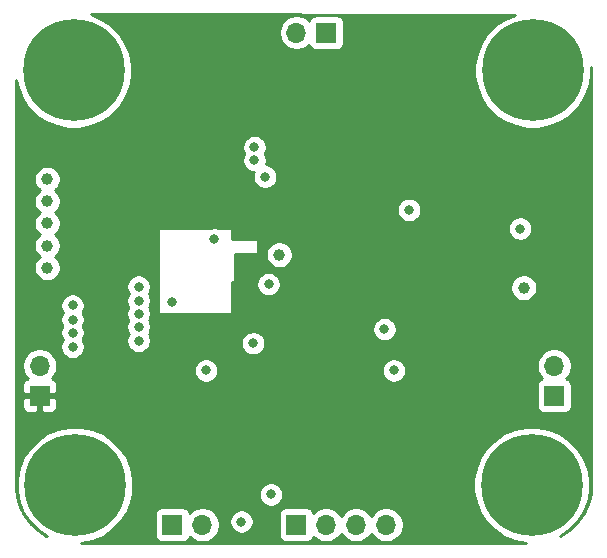
<source format=gbr>
G04 #@! TF.GenerationSoftware,KiCad,Pcbnew,(5.1.5)-3*
G04 #@! TF.CreationDate,2020-08-02T02:59:21-04:00*
G04 #@! TF.ProjectId,STM32F4,53544d33-3246-4342-9e6b-696361645f70,rev?*
G04 #@! TF.SameCoordinates,Original*
G04 #@! TF.FileFunction,Copper,L3,Inr*
G04 #@! TF.FilePolarity,Positive*
%FSLAX46Y46*%
G04 Gerber Fmt 4.6, Leading zero omitted, Abs format (unit mm)*
G04 Created by KiCad (PCBNEW (5.1.5)-3) date 2020-08-02 02:59:21*
%MOMM*%
%LPD*%
G04 APERTURE LIST*
%ADD10C,8.600000*%
%ADD11C,0.900000*%
%ADD12R,1.700000X1.700000*%
%ADD13O,1.700000X1.700000*%
%ADD14C,0.800000*%
%ADD15C,1.000000*%
%ADD16C,0.254000*%
G04 APERTURE END LIST*
D10*
X62687200Y-66497200D03*
D11*
X65912200Y-66497200D03*
X64967619Y-68777619D03*
X62687200Y-69722200D03*
X60406781Y-68777619D03*
X59462200Y-66497200D03*
X60406781Y-64216781D03*
X62687200Y-63272200D03*
X64967619Y-64216781D03*
D10*
X101549200Y-66497200D03*
D11*
X104774200Y-66497200D03*
X103829619Y-68777619D03*
X101549200Y-69722200D03*
X99268781Y-68777619D03*
X98324200Y-66497200D03*
X99268781Y-64216781D03*
X101549200Y-63272200D03*
X103829619Y-64216781D03*
D10*
X62801500Y-101600000D03*
D11*
X66026500Y-101600000D03*
X65081919Y-103880419D03*
X62801500Y-104825000D03*
X60521081Y-103880419D03*
X59576500Y-101600000D03*
X60521081Y-99319581D03*
X62801500Y-98375000D03*
X65081919Y-99319581D03*
X103753419Y-99319581D03*
X101473000Y-98375000D03*
X99192581Y-99319581D03*
X98248000Y-101600000D03*
X99192581Y-103880419D03*
X101473000Y-104825000D03*
X103753419Y-103880419D03*
X104698000Y-101600000D03*
D10*
X101473000Y-101600000D03*
D12*
X81534000Y-104965500D03*
D13*
X84074000Y-104965500D03*
X86614000Y-104965500D03*
X89154000Y-104965500D03*
D12*
X71056500Y-104965500D03*
D13*
X73596500Y-104965500D03*
X59817000Y-91503500D03*
D12*
X59817000Y-94043500D03*
X103378000Y-94043500D03*
D13*
X103378000Y-91503500D03*
X81560000Y-63300000D03*
D12*
X84100000Y-63300000D03*
D14*
X74600000Y-80800000D03*
X71000000Y-86100000D03*
D15*
X60450000Y-81325000D03*
X60450000Y-83200000D03*
X60450000Y-77575000D03*
X60450000Y-79450000D03*
X60450000Y-75700000D03*
X66900000Y-78500000D03*
X66900000Y-80400000D03*
X63100000Y-80400000D03*
X63100000Y-78500000D03*
X62100000Y-76400000D03*
X67900000Y-76500000D03*
X100800000Y-84900000D03*
D14*
X78000000Y-73000000D03*
X78000000Y-74100000D03*
X68200000Y-86000000D03*
X78900000Y-75500000D03*
X89000000Y-88400000D03*
X89800000Y-91900000D03*
X77900000Y-89600000D03*
X79200000Y-84600000D03*
X79400000Y-102400000D03*
X76900000Y-104700000D03*
X73900000Y-91900000D03*
X68200000Y-84800000D03*
X68200000Y-87100000D03*
X68200000Y-88200000D03*
X68200000Y-89400000D03*
X62600000Y-89900000D03*
X62600000Y-88700000D03*
X62600000Y-87600000D03*
X62600000Y-86400000D03*
X91100000Y-78300000D03*
X100500000Y-79900000D03*
X87000000Y-79100000D03*
X99100000Y-76100000D03*
X86600000Y-87000000D03*
X80100000Y-87000000D03*
X78400000Y-78400000D03*
X78000000Y-99400000D03*
X78000000Y-98400000D03*
X83500000Y-73900000D03*
X79700000Y-73300000D03*
X79300000Y-78600000D03*
D15*
X80100000Y-82100000D03*
D16*
G36*
X100061929Y-61771643D02*
G01*
X99211601Y-62123860D01*
X98403321Y-62663935D01*
X97715935Y-63351321D01*
X97175860Y-64159601D01*
X96803850Y-65057714D01*
X96614200Y-66011145D01*
X96614200Y-66983255D01*
X96803850Y-67936686D01*
X97175860Y-68834799D01*
X97715935Y-69643079D01*
X98403321Y-70330465D01*
X99211601Y-70870540D01*
X100109714Y-71242550D01*
X101063145Y-71432200D01*
X102035255Y-71432200D01*
X102988686Y-71242550D01*
X103886799Y-70870540D01*
X104695079Y-70330465D01*
X105382465Y-69643079D01*
X105922540Y-68834799D01*
X106294550Y-67936686D01*
X106484200Y-66983255D01*
X106484200Y-66242742D01*
X106505407Y-66361798D01*
X106527999Y-66904974D01*
X106528001Y-101508535D01*
X106454301Y-102377117D01*
X106242360Y-103193693D01*
X105895861Y-103962891D01*
X105424716Y-104662708D01*
X104842394Y-105273139D01*
X104165550Y-105776724D01*
X103911690Y-105905793D01*
X104618879Y-105433265D01*
X105306265Y-104745879D01*
X105846340Y-103937599D01*
X106218350Y-103039486D01*
X106408000Y-102086055D01*
X106408000Y-101113945D01*
X106218350Y-100160514D01*
X105846340Y-99262401D01*
X105306265Y-98454121D01*
X104618879Y-97766735D01*
X103810599Y-97226660D01*
X102912486Y-96854650D01*
X101959055Y-96665000D01*
X100986945Y-96665000D01*
X100033514Y-96854650D01*
X99135401Y-97226660D01*
X98327121Y-97766735D01*
X97639735Y-98454121D01*
X97099660Y-99262401D01*
X96727650Y-100160514D01*
X96538000Y-101113945D01*
X96538000Y-102086055D01*
X96727650Y-103039486D01*
X97099660Y-103937599D01*
X97639735Y-104745879D01*
X98327121Y-105433265D01*
X99135401Y-105973340D01*
X100033514Y-106345350D01*
X100951754Y-106528000D01*
X63322746Y-106528000D01*
X64240986Y-106345350D01*
X65139099Y-105973340D01*
X65947379Y-105433265D01*
X66634765Y-104745879D01*
X67055970Y-104115500D01*
X69568428Y-104115500D01*
X69568428Y-105815500D01*
X69580688Y-105939982D01*
X69616998Y-106059680D01*
X69675963Y-106169994D01*
X69755315Y-106266685D01*
X69852006Y-106346037D01*
X69962320Y-106405002D01*
X70082018Y-106441312D01*
X70206500Y-106453572D01*
X71906500Y-106453572D01*
X72030982Y-106441312D01*
X72150680Y-106405002D01*
X72260994Y-106346037D01*
X72357685Y-106266685D01*
X72437037Y-106169994D01*
X72496002Y-106059680D01*
X72518013Y-105987120D01*
X72649868Y-106118975D01*
X72893089Y-106281490D01*
X73163342Y-106393432D01*
X73450240Y-106450500D01*
X73742760Y-106450500D01*
X74029658Y-106393432D01*
X74299911Y-106281490D01*
X74543132Y-106118975D01*
X74749975Y-105912132D01*
X74912490Y-105668911D01*
X75024432Y-105398658D01*
X75081500Y-105111760D01*
X75081500Y-104819240D01*
X75037505Y-104598061D01*
X75865000Y-104598061D01*
X75865000Y-104801939D01*
X75904774Y-105001898D01*
X75982795Y-105190256D01*
X76096063Y-105359774D01*
X76240226Y-105503937D01*
X76409744Y-105617205D01*
X76598102Y-105695226D01*
X76798061Y-105735000D01*
X77001939Y-105735000D01*
X77201898Y-105695226D01*
X77390256Y-105617205D01*
X77559774Y-105503937D01*
X77703937Y-105359774D01*
X77817205Y-105190256D01*
X77895226Y-105001898D01*
X77935000Y-104801939D01*
X77935000Y-104598061D01*
X77895226Y-104398102D01*
X77817205Y-104209744D01*
X77754234Y-104115500D01*
X80045928Y-104115500D01*
X80045928Y-105815500D01*
X80058188Y-105939982D01*
X80094498Y-106059680D01*
X80153463Y-106169994D01*
X80232815Y-106266685D01*
X80329506Y-106346037D01*
X80439820Y-106405002D01*
X80559518Y-106441312D01*
X80684000Y-106453572D01*
X82384000Y-106453572D01*
X82508482Y-106441312D01*
X82628180Y-106405002D01*
X82738494Y-106346037D01*
X82835185Y-106266685D01*
X82914537Y-106169994D01*
X82973502Y-106059680D01*
X82995513Y-105987120D01*
X83127368Y-106118975D01*
X83370589Y-106281490D01*
X83640842Y-106393432D01*
X83927740Y-106450500D01*
X84220260Y-106450500D01*
X84507158Y-106393432D01*
X84777411Y-106281490D01*
X85020632Y-106118975D01*
X85227475Y-105912132D01*
X85344000Y-105737740D01*
X85460525Y-105912132D01*
X85667368Y-106118975D01*
X85910589Y-106281490D01*
X86180842Y-106393432D01*
X86467740Y-106450500D01*
X86760260Y-106450500D01*
X87047158Y-106393432D01*
X87317411Y-106281490D01*
X87560632Y-106118975D01*
X87767475Y-105912132D01*
X87884000Y-105737740D01*
X88000525Y-105912132D01*
X88207368Y-106118975D01*
X88450589Y-106281490D01*
X88720842Y-106393432D01*
X89007740Y-106450500D01*
X89300260Y-106450500D01*
X89587158Y-106393432D01*
X89857411Y-106281490D01*
X90100632Y-106118975D01*
X90307475Y-105912132D01*
X90469990Y-105668911D01*
X90581932Y-105398658D01*
X90639000Y-105111760D01*
X90639000Y-104819240D01*
X90581932Y-104532342D01*
X90469990Y-104262089D01*
X90307475Y-104018868D01*
X90100632Y-103812025D01*
X89857411Y-103649510D01*
X89587158Y-103537568D01*
X89300260Y-103480500D01*
X89007740Y-103480500D01*
X88720842Y-103537568D01*
X88450589Y-103649510D01*
X88207368Y-103812025D01*
X88000525Y-104018868D01*
X87884000Y-104193260D01*
X87767475Y-104018868D01*
X87560632Y-103812025D01*
X87317411Y-103649510D01*
X87047158Y-103537568D01*
X86760260Y-103480500D01*
X86467740Y-103480500D01*
X86180842Y-103537568D01*
X85910589Y-103649510D01*
X85667368Y-103812025D01*
X85460525Y-104018868D01*
X85344000Y-104193260D01*
X85227475Y-104018868D01*
X85020632Y-103812025D01*
X84777411Y-103649510D01*
X84507158Y-103537568D01*
X84220260Y-103480500D01*
X83927740Y-103480500D01*
X83640842Y-103537568D01*
X83370589Y-103649510D01*
X83127368Y-103812025D01*
X82995513Y-103943880D01*
X82973502Y-103871320D01*
X82914537Y-103761006D01*
X82835185Y-103664315D01*
X82738494Y-103584963D01*
X82628180Y-103525998D01*
X82508482Y-103489688D01*
X82384000Y-103477428D01*
X80684000Y-103477428D01*
X80559518Y-103489688D01*
X80439820Y-103525998D01*
X80329506Y-103584963D01*
X80232815Y-103664315D01*
X80153463Y-103761006D01*
X80094498Y-103871320D01*
X80058188Y-103991018D01*
X80045928Y-104115500D01*
X77754234Y-104115500D01*
X77703937Y-104040226D01*
X77559774Y-103896063D01*
X77390256Y-103782795D01*
X77201898Y-103704774D01*
X77001939Y-103665000D01*
X76798061Y-103665000D01*
X76598102Y-103704774D01*
X76409744Y-103782795D01*
X76240226Y-103896063D01*
X76096063Y-104040226D01*
X75982795Y-104209744D01*
X75904774Y-104398102D01*
X75865000Y-104598061D01*
X75037505Y-104598061D01*
X75024432Y-104532342D01*
X74912490Y-104262089D01*
X74749975Y-104018868D01*
X74543132Y-103812025D01*
X74299911Y-103649510D01*
X74029658Y-103537568D01*
X73742760Y-103480500D01*
X73450240Y-103480500D01*
X73163342Y-103537568D01*
X72893089Y-103649510D01*
X72649868Y-103812025D01*
X72518013Y-103943880D01*
X72496002Y-103871320D01*
X72437037Y-103761006D01*
X72357685Y-103664315D01*
X72260994Y-103584963D01*
X72150680Y-103525998D01*
X72030982Y-103489688D01*
X71906500Y-103477428D01*
X70206500Y-103477428D01*
X70082018Y-103489688D01*
X69962320Y-103525998D01*
X69852006Y-103584963D01*
X69755315Y-103664315D01*
X69675963Y-103761006D01*
X69616998Y-103871320D01*
X69580688Y-103991018D01*
X69568428Y-104115500D01*
X67055970Y-104115500D01*
X67174840Y-103937599D01*
X67546850Y-103039486D01*
X67694329Y-102298061D01*
X78365000Y-102298061D01*
X78365000Y-102501939D01*
X78404774Y-102701898D01*
X78482795Y-102890256D01*
X78596063Y-103059774D01*
X78740226Y-103203937D01*
X78909744Y-103317205D01*
X79098102Y-103395226D01*
X79298061Y-103435000D01*
X79501939Y-103435000D01*
X79701898Y-103395226D01*
X79890256Y-103317205D01*
X80059774Y-103203937D01*
X80203937Y-103059774D01*
X80317205Y-102890256D01*
X80395226Y-102701898D01*
X80435000Y-102501939D01*
X80435000Y-102298061D01*
X80395226Y-102098102D01*
X80317205Y-101909744D01*
X80203937Y-101740226D01*
X80059774Y-101596063D01*
X79890256Y-101482795D01*
X79701898Y-101404774D01*
X79501939Y-101365000D01*
X79298061Y-101365000D01*
X79098102Y-101404774D01*
X78909744Y-101482795D01*
X78740226Y-101596063D01*
X78596063Y-101740226D01*
X78482795Y-101909744D01*
X78404774Y-102098102D01*
X78365000Y-102298061D01*
X67694329Y-102298061D01*
X67736500Y-102086055D01*
X67736500Y-101113945D01*
X67546850Y-100160514D01*
X67174840Y-99262401D01*
X66634765Y-98454121D01*
X65947379Y-97766735D01*
X65139099Y-97226660D01*
X64240986Y-96854650D01*
X63287555Y-96665000D01*
X62315445Y-96665000D01*
X61362014Y-96854650D01*
X60463901Y-97226660D01*
X59655621Y-97766735D01*
X58968235Y-98454121D01*
X58428160Y-99262401D01*
X58056150Y-100160514D01*
X57866500Y-101113945D01*
X57866500Y-102086055D01*
X58056150Y-103039486D01*
X58428160Y-103937599D01*
X58968235Y-104745879D01*
X59655621Y-105433265D01*
X60396048Y-105928002D01*
X60342496Y-105903878D01*
X59651580Y-105438728D01*
X59048921Y-104863819D01*
X58551745Y-104195589D01*
X58174265Y-103453142D01*
X57927275Y-102657705D01*
X57815178Y-101811951D01*
X57810000Y-101592215D01*
X57809991Y-94893500D01*
X58328928Y-94893500D01*
X58341188Y-95017982D01*
X58377498Y-95137680D01*
X58436463Y-95247994D01*
X58515815Y-95344685D01*
X58612506Y-95424037D01*
X58722820Y-95483002D01*
X58842518Y-95519312D01*
X58967000Y-95531572D01*
X59531250Y-95528500D01*
X59690000Y-95369750D01*
X59690000Y-94170500D01*
X59944000Y-94170500D01*
X59944000Y-95369750D01*
X60102750Y-95528500D01*
X60667000Y-95531572D01*
X60791482Y-95519312D01*
X60911180Y-95483002D01*
X61021494Y-95424037D01*
X61118185Y-95344685D01*
X61197537Y-95247994D01*
X61256502Y-95137680D01*
X61292812Y-95017982D01*
X61305072Y-94893500D01*
X61302000Y-94329250D01*
X61143250Y-94170500D01*
X59944000Y-94170500D01*
X59690000Y-94170500D01*
X58490750Y-94170500D01*
X58332000Y-94329250D01*
X58328928Y-94893500D01*
X57809991Y-94893500D01*
X57809989Y-93193500D01*
X58328928Y-93193500D01*
X58332000Y-93757750D01*
X58490750Y-93916500D01*
X59690000Y-93916500D01*
X59690000Y-93896500D01*
X59944000Y-93896500D01*
X59944000Y-93916500D01*
X61143250Y-93916500D01*
X61302000Y-93757750D01*
X61305072Y-93193500D01*
X101889928Y-93193500D01*
X101889928Y-94893500D01*
X101902188Y-95017982D01*
X101938498Y-95137680D01*
X101997463Y-95247994D01*
X102076815Y-95344685D01*
X102173506Y-95424037D01*
X102283820Y-95483002D01*
X102403518Y-95519312D01*
X102528000Y-95531572D01*
X104228000Y-95531572D01*
X104352482Y-95519312D01*
X104472180Y-95483002D01*
X104582494Y-95424037D01*
X104679185Y-95344685D01*
X104758537Y-95247994D01*
X104817502Y-95137680D01*
X104853812Y-95017982D01*
X104866072Y-94893500D01*
X104866072Y-93193500D01*
X104853812Y-93069018D01*
X104817502Y-92949320D01*
X104758537Y-92839006D01*
X104679185Y-92742315D01*
X104582494Y-92662963D01*
X104472180Y-92603998D01*
X104399620Y-92581987D01*
X104531475Y-92450132D01*
X104693990Y-92206911D01*
X104805932Y-91936658D01*
X104863000Y-91649760D01*
X104863000Y-91357240D01*
X104805932Y-91070342D01*
X104693990Y-90800089D01*
X104531475Y-90556868D01*
X104324632Y-90350025D01*
X104081411Y-90187510D01*
X103811158Y-90075568D01*
X103524260Y-90018500D01*
X103231740Y-90018500D01*
X102944842Y-90075568D01*
X102674589Y-90187510D01*
X102431368Y-90350025D01*
X102224525Y-90556868D01*
X102062010Y-90800089D01*
X101950068Y-91070342D01*
X101893000Y-91357240D01*
X101893000Y-91649760D01*
X101950068Y-91936658D01*
X102062010Y-92206911D01*
X102224525Y-92450132D01*
X102356380Y-92581987D01*
X102283820Y-92603998D01*
X102173506Y-92662963D01*
X102076815Y-92742315D01*
X101997463Y-92839006D01*
X101938498Y-92949320D01*
X101902188Y-93069018D01*
X101889928Y-93193500D01*
X61305072Y-93193500D01*
X61292812Y-93069018D01*
X61256502Y-92949320D01*
X61197537Y-92839006D01*
X61118185Y-92742315D01*
X61021494Y-92662963D01*
X60911180Y-92603998D01*
X60838620Y-92581987D01*
X60970475Y-92450132D01*
X61132990Y-92206911D01*
X61244932Y-91936658D01*
X61272500Y-91798061D01*
X72865000Y-91798061D01*
X72865000Y-92001939D01*
X72904774Y-92201898D01*
X72982795Y-92390256D01*
X73096063Y-92559774D01*
X73240226Y-92703937D01*
X73409744Y-92817205D01*
X73598102Y-92895226D01*
X73798061Y-92935000D01*
X74001939Y-92935000D01*
X74201898Y-92895226D01*
X74390256Y-92817205D01*
X74559774Y-92703937D01*
X74703937Y-92559774D01*
X74817205Y-92390256D01*
X74895226Y-92201898D01*
X74935000Y-92001939D01*
X74935000Y-91798061D01*
X88765000Y-91798061D01*
X88765000Y-92001939D01*
X88804774Y-92201898D01*
X88882795Y-92390256D01*
X88996063Y-92559774D01*
X89140226Y-92703937D01*
X89309744Y-92817205D01*
X89498102Y-92895226D01*
X89698061Y-92935000D01*
X89901939Y-92935000D01*
X90101898Y-92895226D01*
X90290256Y-92817205D01*
X90459774Y-92703937D01*
X90603937Y-92559774D01*
X90717205Y-92390256D01*
X90795226Y-92201898D01*
X90835000Y-92001939D01*
X90835000Y-91798061D01*
X90795226Y-91598102D01*
X90717205Y-91409744D01*
X90603937Y-91240226D01*
X90459774Y-91096063D01*
X90290256Y-90982795D01*
X90101898Y-90904774D01*
X89901939Y-90865000D01*
X89698061Y-90865000D01*
X89498102Y-90904774D01*
X89309744Y-90982795D01*
X89140226Y-91096063D01*
X88996063Y-91240226D01*
X88882795Y-91409744D01*
X88804774Y-91598102D01*
X88765000Y-91798061D01*
X74935000Y-91798061D01*
X74895226Y-91598102D01*
X74817205Y-91409744D01*
X74703937Y-91240226D01*
X74559774Y-91096063D01*
X74390256Y-90982795D01*
X74201898Y-90904774D01*
X74001939Y-90865000D01*
X73798061Y-90865000D01*
X73598102Y-90904774D01*
X73409744Y-90982795D01*
X73240226Y-91096063D01*
X73096063Y-91240226D01*
X72982795Y-91409744D01*
X72904774Y-91598102D01*
X72865000Y-91798061D01*
X61272500Y-91798061D01*
X61302000Y-91649760D01*
X61302000Y-91357240D01*
X61244932Y-91070342D01*
X61132990Y-90800089D01*
X60970475Y-90556868D01*
X60763632Y-90350025D01*
X60520411Y-90187510D01*
X60250158Y-90075568D01*
X59963260Y-90018500D01*
X59670740Y-90018500D01*
X59383842Y-90075568D01*
X59113589Y-90187510D01*
X58870368Y-90350025D01*
X58663525Y-90556868D01*
X58501010Y-90800089D01*
X58389068Y-91070342D01*
X58332000Y-91357240D01*
X58332000Y-91649760D01*
X58389068Y-91936658D01*
X58501010Y-92206911D01*
X58663525Y-92450132D01*
X58795380Y-92581987D01*
X58722820Y-92603998D01*
X58612506Y-92662963D01*
X58515815Y-92742315D01*
X58436463Y-92839006D01*
X58377498Y-92949320D01*
X58341188Y-93069018D01*
X58328928Y-93193500D01*
X57809989Y-93193500D01*
X57809980Y-86298061D01*
X61565000Y-86298061D01*
X61565000Y-86501939D01*
X61604774Y-86701898D01*
X61682795Y-86890256D01*
X61756123Y-87000000D01*
X61682795Y-87109744D01*
X61604774Y-87298102D01*
X61565000Y-87498061D01*
X61565000Y-87701939D01*
X61604774Y-87901898D01*
X61682795Y-88090256D01*
X61722715Y-88150000D01*
X61682795Y-88209744D01*
X61604774Y-88398102D01*
X61565000Y-88598061D01*
X61565000Y-88801939D01*
X61604774Y-89001898D01*
X61682795Y-89190256D01*
X61756123Y-89300000D01*
X61682795Y-89409744D01*
X61604774Y-89598102D01*
X61565000Y-89798061D01*
X61565000Y-90001939D01*
X61604774Y-90201898D01*
X61682795Y-90390256D01*
X61796063Y-90559774D01*
X61940226Y-90703937D01*
X62109744Y-90817205D01*
X62298102Y-90895226D01*
X62498061Y-90935000D01*
X62701939Y-90935000D01*
X62901898Y-90895226D01*
X63090256Y-90817205D01*
X63259774Y-90703937D01*
X63403937Y-90559774D01*
X63517205Y-90390256D01*
X63595226Y-90201898D01*
X63635000Y-90001939D01*
X63635000Y-89798061D01*
X63595226Y-89598102D01*
X63517205Y-89409744D01*
X63443877Y-89300000D01*
X63517205Y-89190256D01*
X63595226Y-89001898D01*
X63635000Y-88801939D01*
X63635000Y-88598061D01*
X63595226Y-88398102D01*
X63517205Y-88209744D01*
X63477285Y-88150000D01*
X63517205Y-88090256D01*
X63595226Y-87901898D01*
X63635000Y-87701939D01*
X63635000Y-87498061D01*
X63595226Y-87298102D01*
X63517205Y-87109744D01*
X63443877Y-87000000D01*
X63517205Y-86890256D01*
X63595226Y-86701898D01*
X63635000Y-86501939D01*
X63635000Y-86298061D01*
X63595226Y-86098102D01*
X63517205Y-85909744D01*
X63403937Y-85740226D01*
X63259774Y-85596063D01*
X63090256Y-85482795D01*
X62901898Y-85404774D01*
X62701939Y-85365000D01*
X62498061Y-85365000D01*
X62298102Y-85404774D01*
X62109744Y-85482795D01*
X61940226Y-85596063D01*
X61796063Y-85740226D01*
X61682795Y-85909744D01*
X61604774Y-86098102D01*
X61565000Y-86298061D01*
X57809980Y-86298061D01*
X57809978Y-84698061D01*
X67165000Y-84698061D01*
X67165000Y-84901939D01*
X67204774Y-85101898D01*
X67282795Y-85290256D01*
X67356123Y-85400000D01*
X67282795Y-85509744D01*
X67204774Y-85698102D01*
X67165000Y-85898061D01*
X67165000Y-86101939D01*
X67204774Y-86301898D01*
X67282795Y-86490256D01*
X67322715Y-86550000D01*
X67282795Y-86609744D01*
X67204774Y-86798102D01*
X67165000Y-86998061D01*
X67165000Y-87201939D01*
X67204774Y-87401898D01*
X67282795Y-87590256D01*
X67322715Y-87650000D01*
X67282795Y-87709744D01*
X67204774Y-87898102D01*
X67165000Y-88098061D01*
X67165000Y-88301939D01*
X67204774Y-88501898D01*
X67282795Y-88690256D01*
X67356123Y-88800000D01*
X67282795Y-88909744D01*
X67204774Y-89098102D01*
X67165000Y-89298061D01*
X67165000Y-89501939D01*
X67204774Y-89701898D01*
X67282795Y-89890256D01*
X67396063Y-90059774D01*
X67540226Y-90203937D01*
X67709744Y-90317205D01*
X67898102Y-90395226D01*
X68098061Y-90435000D01*
X68301939Y-90435000D01*
X68501898Y-90395226D01*
X68690256Y-90317205D01*
X68859774Y-90203937D01*
X69003937Y-90059774D01*
X69117205Y-89890256D01*
X69195226Y-89701898D01*
X69235000Y-89501939D01*
X69235000Y-89498061D01*
X76865000Y-89498061D01*
X76865000Y-89701939D01*
X76904774Y-89901898D01*
X76982795Y-90090256D01*
X77096063Y-90259774D01*
X77240226Y-90403937D01*
X77409744Y-90517205D01*
X77598102Y-90595226D01*
X77798061Y-90635000D01*
X78001939Y-90635000D01*
X78201898Y-90595226D01*
X78390256Y-90517205D01*
X78559774Y-90403937D01*
X78703937Y-90259774D01*
X78817205Y-90090256D01*
X78895226Y-89901898D01*
X78935000Y-89701939D01*
X78935000Y-89498061D01*
X78895226Y-89298102D01*
X78817205Y-89109744D01*
X78703937Y-88940226D01*
X78559774Y-88796063D01*
X78390256Y-88682795D01*
X78201898Y-88604774D01*
X78001939Y-88565000D01*
X77798061Y-88565000D01*
X77598102Y-88604774D01*
X77409744Y-88682795D01*
X77240226Y-88796063D01*
X77096063Y-88940226D01*
X76982795Y-89109744D01*
X76904774Y-89298102D01*
X76865000Y-89498061D01*
X69235000Y-89498061D01*
X69235000Y-89298061D01*
X69195226Y-89098102D01*
X69117205Y-88909744D01*
X69043877Y-88800000D01*
X69117205Y-88690256D01*
X69195226Y-88501898D01*
X69235000Y-88301939D01*
X69235000Y-88298061D01*
X87965000Y-88298061D01*
X87965000Y-88501939D01*
X88004774Y-88701898D01*
X88082795Y-88890256D01*
X88196063Y-89059774D01*
X88340226Y-89203937D01*
X88509744Y-89317205D01*
X88698102Y-89395226D01*
X88898061Y-89435000D01*
X89101939Y-89435000D01*
X89301898Y-89395226D01*
X89490256Y-89317205D01*
X89659774Y-89203937D01*
X89803937Y-89059774D01*
X89917205Y-88890256D01*
X89995226Y-88701898D01*
X90035000Y-88501939D01*
X90035000Y-88298061D01*
X89995226Y-88098102D01*
X89917205Y-87909744D01*
X89803937Y-87740226D01*
X89659774Y-87596063D01*
X89490256Y-87482795D01*
X89301898Y-87404774D01*
X89101939Y-87365000D01*
X88898061Y-87365000D01*
X88698102Y-87404774D01*
X88509744Y-87482795D01*
X88340226Y-87596063D01*
X88196063Y-87740226D01*
X88082795Y-87909744D01*
X88004774Y-88098102D01*
X87965000Y-88298061D01*
X69235000Y-88298061D01*
X69235000Y-88098061D01*
X69195226Y-87898102D01*
X69117205Y-87709744D01*
X69077285Y-87650000D01*
X69117205Y-87590256D01*
X69195226Y-87401898D01*
X69235000Y-87201939D01*
X69235000Y-86998061D01*
X69195226Y-86798102D01*
X69117205Y-86609744D01*
X69077285Y-86550000D01*
X69117205Y-86490256D01*
X69195226Y-86301898D01*
X69235000Y-86101939D01*
X69235000Y-85898061D01*
X69195226Y-85698102D01*
X69117205Y-85509744D01*
X69043877Y-85400000D01*
X69117205Y-85290256D01*
X69195226Y-85101898D01*
X69235000Y-84901939D01*
X69235000Y-84698061D01*
X69195226Y-84498102D01*
X69117205Y-84309744D01*
X69003937Y-84140226D01*
X68859774Y-83996063D01*
X68690256Y-83882795D01*
X68501898Y-83804774D01*
X68301939Y-83765000D01*
X68098061Y-83765000D01*
X67898102Y-83804774D01*
X67709744Y-83882795D01*
X67540226Y-83996063D01*
X67396063Y-84140226D01*
X67282795Y-84309744D01*
X67204774Y-84498102D01*
X67165000Y-84698061D01*
X57809978Y-84698061D01*
X57809964Y-75588212D01*
X59315000Y-75588212D01*
X59315000Y-75811788D01*
X59358617Y-76031067D01*
X59444176Y-76237624D01*
X59568388Y-76423520D01*
X59726480Y-76581612D01*
X59810122Y-76637500D01*
X59726480Y-76693388D01*
X59568388Y-76851480D01*
X59444176Y-77037376D01*
X59358617Y-77243933D01*
X59315000Y-77463212D01*
X59315000Y-77686788D01*
X59358617Y-77906067D01*
X59444176Y-78112624D01*
X59568388Y-78298520D01*
X59726480Y-78456612D01*
X59810122Y-78512500D01*
X59726480Y-78568388D01*
X59568388Y-78726480D01*
X59444176Y-78912376D01*
X59358617Y-79118933D01*
X59315000Y-79338212D01*
X59315000Y-79561788D01*
X59358617Y-79781067D01*
X59444176Y-79987624D01*
X59568388Y-80173520D01*
X59726480Y-80331612D01*
X59810122Y-80387500D01*
X59726480Y-80443388D01*
X59568388Y-80601480D01*
X59444176Y-80787376D01*
X59358617Y-80993933D01*
X59315000Y-81213212D01*
X59315000Y-81436788D01*
X59358617Y-81656067D01*
X59444176Y-81862624D01*
X59568388Y-82048520D01*
X59726480Y-82206612D01*
X59810122Y-82262500D01*
X59726480Y-82318388D01*
X59568388Y-82476480D01*
X59444176Y-82662376D01*
X59358617Y-82868933D01*
X59315000Y-83088212D01*
X59315000Y-83311788D01*
X59358617Y-83531067D01*
X59444176Y-83737624D01*
X59568388Y-83923520D01*
X59726480Y-84081612D01*
X59912376Y-84205824D01*
X60118933Y-84291383D01*
X60338212Y-84335000D01*
X60561788Y-84335000D01*
X60781067Y-84291383D01*
X60987624Y-84205824D01*
X61173520Y-84081612D01*
X61331612Y-83923520D01*
X61455824Y-83737624D01*
X61541383Y-83531067D01*
X61585000Y-83311788D01*
X61585000Y-83088212D01*
X61541383Y-82868933D01*
X61455824Y-82662376D01*
X61331612Y-82476480D01*
X61173520Y-82318388D01*
X61089878Y-82262500D01*
X61173520Y-82206612D01*
X61331612Y-82048520D01*
X61455824Y-81862624D01*
X61541383Y-81656067D01*
X61585000Y-81436788D01*
X61585000Y-81213212D01*
X61541383Y-80993933D01*
X61455824Y-80787376D01*
X61331612Y-80601480D01*
X61173520Y-80443388D01*
X61089878Y-80387500D01*
X61173520Y-80331612D01*
X61331612Y-80173520D01*
X61447554Y-80000000D01*
X69873000Y-80000000D01*
X69873000Y-87000000D01*
X69875440Y-87024776D01*
X69882667Y-87048601D01*
X69894403Y-87070557D01*
X69910197Y-87089803D01*
X69929443Y-87105597D01*
X69951399Y-87117333D01*
X69975224Y-87124560D01*
X70000000Y-87127000D01*
X70857842Y-87127000D01*
X70898061Y-87135000D01*
X71101939Y-87135000D01*
X71142158Y-87127000D01*
X76000000Y-87127000D01*
X76024776Y-87124560D01*
X76048601Y-87117333D01*
X76070557Y-87105597D01*
X76089803Y-87089803D01*
X76105597Y-87070557D01*
X76117333Y-87048601D01*
X76124560Y-87024776D01*
X76127000Y-87000000D01*
X76127000Y-84498061D01*
X78165000Y-84498061D01*
X78165000Y-84701939D01*
X78204774Y-84901898D01*
X78282795Y-85090256D01*
X78396063Y-85259774D01*
X78540226Y-85403937D01*
X78709744Y-85517205D01*
X78898102Y-85595226D01*
X79098061Y-85635000D01*
X79301939Y-85635000D01*
X79501898Y-85595226D01*
X79690256Y-85517205D01*
X79859774Y-85403937D01*
X80003937Y-85259774D01*
X80117205Y-85090256D01*
X80195226Y-84901898D01*
X80217839Y-84788212D01*
X99665000Y-84788212D01*
X99665000Y-85011788D01*
X99708617Y-85231067D01*
X99794176Y-85437624D01*
X99918388Y-85623520D01*
X100076480Y-85781612D01*
X100262376Y-85905824D01*
X100468933Y-85991383D01*
X100688212Y-86035000D01*
X100911788Y-86035000D01*
X101131067Y-85991383D01*
X101337624Y-85905824D01*
X101523520Y-85781612D01*
X101681612Y-85623520D01*
X101805824Y-85437624D01*
X101891383Y-85231067D01*
X101935000Y-85011788D01*
X101935000Y-84788212D01*
X101891383Y-84568933D01*
X101805824Y-84362376D01*
X101681612Y-84176480D01*
X101523520Y-84018388D01*
X101337624Y-83894176D01*
X101131067Y-83808617D01*
X100911788Y-83765000D01*
X100688212Y-83765000D01*
X100468933Y-83808617D01*
X100262376Y-83894176D01*
X100076480Y-84018388D01*
X99918388Y-84176480D01*
X99794176Y-84362376D01*
X99708617Y-84568933D01*
X99665000Y-84788212D01*
X80217839Y-84788212D01*
X80235000Y-84701939D01*
X80235000Y-84498061D01*
X80195226Y-84298102D01*
X80117205Y-84109744D01*
X80003937Y-83940226D01*
X79859774Y-83796063D01*
X79690256Y-83682795D01*
X79501898Y-83604774D01*
X79301939Y-83565000D01*
X79098061Y-83565000D01*
X78898102Y-83604774D01*
X78709744Y-83682795D01*
X78540226Y-83796063D01*
X78396063Y-83940226D01*
X78282795Y-84109744D01*
X78204774Y-84298102D01*
X78165000Y-84498061D01*
X76127000Y-84498061D01*
X76127000Y-84427000D01*
X76200000Y-84427000D01*
X76224776Y-84424560D01*
X76248601Y-84417333D01*
X76270557Y-84405597D01*
X76289803Y-84389803D01*
X76305597Y-84370557D01*
X76317333Y-84348601D01*
X76324560Y-84324776D01*
X76326999Y-84299603D01*
X76319898Y-82027318D01*
X78200934Y-82032000D01*
X78225716Y-82029621D01*
X78249559Y-82022453D01*
X78271544Y-82010772D01*
X78290829Y-81995026D01*
X78296449Y-81988212D01*
X78965000Y-81988212D01*
X78965000Y-82211788D01*
X79008617Y-82431067D01*
X79094176Y-82637624D01*
X79218388Y-82823520D01*
X79376480Y-82981612D01*
X79562376Y-83105824D01*
X79768933Y-83191383D01*
X79988212Y-83235000D01*
X80211788Y-83235000D01*
X80431067Y-83191383D01*
X80637624Y-83105824D01*
X80823520Y-82981612D01*
X80981612Y-82823520D01*
X81105824Y-82637624D01*
X81191383Y-82431067D01*
X81235000Y-82211788D01*
X81235000Y-81988212D01*
X81191383Y-81768933D01*
X81105824Y-81562376D01*
X80981612Y-81376480D01*
X80823520Y-81218388D01*
X80637624Y-81094176D01*
X80431067Y-81008617D01*
X80211788Y-80965000D01*
X79988212Y-80965000D01*
X79768933Y-81008617D01*
X79562376Y-81094176D01*
X79376480Y-81218388D01*
X79218388Y-81376480D01*
X79094176Y-81562376D01*
X79008617Y-81768933D01*
X78965000Y-81988212D01*
X78296449Y-81988212D01*
X78306671Y-81975820D01*
X78318461Y-81953893D01*
X78325748Y-81930086D01*
X78328250Y-81904686D01*
X78325750Y-80894686D01*
X78323248Y-80869915D01*
X78315962Y-80846109D01*
X78304172Y-80824181D01*
X78288330Y-80804975D01*
X78269046Y-80789229D01*
X78247060Y-80777547D01*
X78223218Y-80770379D01*
X78199037Y-80768000D01*
X76118432Y-80763290D01*
X76126992Y-80001427D01*
X76124830Y-79976625D01*
X76117871Y-79952721D01*
X76106383Y-79930633D01*
X76090806Y-79911212D01*
X76071739Y-79895203D01*
X76049916Y-79883221D01*
X76026174Y-79875727D01*
X76000000Y-79873000D01*
X75066609Y-79873000D01*
X74901898Y-79804774D01*
X74868150Y-79798061D01*
X99465000Y-79798061D01*
X99465000Y-80001939D01*
X99504774Y-80201898D01*
X99582795Y-80390256D01*
X99696063Y-80559774D01*
X99840226Y-80703937D01*
X100009744Y-80817205D01*
X100198102Y-80895226D01*
X100398061Y-80935000D01*
X100601939Y-80935000D01*
X100801898Y-80895226D01*
X100990256Y-80817205D01*
X101159774Y-80703937D01*
X101303937Y-80559774D01*
X101417205Y-80390256D01*
X101495226Y-80201898D01*
X101535000Y-80001939D01*
X101535000Y-79798061D01*
X101495226Y-79598102D01*
X101417205Y-79409744D01*
X101303937Y-79240226D01*
X101159774Y-79096063D01*
X100990256Y-78982795D01*
X100801898Y-78904774D01*
X100601939Y-78865000D01*
X100398061Y-78865000D01*
X100198102Y-78904774D01*
X100009744Y-78982795D01*
X99840226Y-79096063D01*
X99696063Y-79240226D01*
X99582795Y-79409744D01*
X99504774Y-79598102D01*
X99465000Y-79798061D01*
X74868150Y-79798061D01*
X74701939Y-79765000D01*
X74498061Y-79765000D01*
X74298102Y-79804774D01*
X74133391Y-79873000D01*
X70000000Y-79873000D01*
X69975224Y-79875440D01*
X69951399Y-79882667D01*
X69929443Y-79894403D01*
X69910197Y-79910197D01*
X69894403Y-79929443D01*
X69882667Y-79951399D01*
X69875440Y-79975224D01*
X69873000Y-80000000D01*
X61447554Y-80000000D01*
X61455824Y-79987624D01*
X61541383Y-79781067D01*
X61585000Y-79561788D01*
X61585000Y-79338212D01*
X61541383Y-79118933D01*
X61455824Y-78912376D01*
X61331612Y-78726480D01*
X61173520Y-78568388D01*
X61089878Y-78512500D01*
X61173520Y-78456612D01*
X61331612Y-78298520D01*
X61398736Y-78198061D01*
X90065000Y-78198061D01*
X90065000Y-78401939D01*
X90104774Y-78601898D01*
X90182795Y-78790256D01*
X90296063Y-78959774D01*
X90440226Y-79103937D01*
X90609744Y-79217205D01*
X90798102Y-79295226D01*
X90998061Y-79335000D01*
X91201939Y-79335000D01*
X91401898Y-79295226D01*
X91590256Y-79217205D01*
X91759774Y-79103937D01*
X91903937Y-78959774D01*
X92017205Y-78790256D01*
X92095226Y-78601898D01*
X92135000Y-78401939D01*
X92135000Y-78198061D01*
X92095226Y-77998102D01*
X92017205Y-77809744D01*
X91903937Y-77640226D01*
X91759774Y-77496063D01*
X91590256Y-77382795D01*
X91401898Y-77304774D01*
X91201939Y-77265000D01*
X90998061Y-77265000D01*
X90798102Y-77304774D01*
X90609744Y-77382795D01*
X90440226Y-77496063D01*
X90296063Y-77640226D01*
X90182795Y-77809744D01*
X90104774Y-77998102D01*
X90065000Y-78198061D01*
X61398736Y-78198061D01*
X61455824Y-78112624D01*
X61541383Y-77906067D01*
X61585000Y-77686788D01*
X61585000Y-77463212D01*
X61541383Y-77243933D01*
X61455824Y-77037376D01*
X61331612Y-76851480D01*
X61173520Y-76693388D01*
X61089878Y-76637500D01*
X61173520Y-76581612D01*
X61331612Y-76423520D01*
X61455824Y-76237624D01*
X61541383Y-76031067D01*
X61585000Y-75811788D01*
X61585000Y-75588212D01*
X61541383Y-75368933D01*
X61455824Y-75162376D01*
X61331612Y-74976480D01*
X61173520Y-74818388D01*
X60987624Y-74694176D01*
X60781067Y-74608617D01*
X60561788Y-74565000D01*
X60338212Y-74565000D01*
X60118933Y-74608617D01*
X59912376Y-74694176D01*
X59726480Y-74818388D01*
X59568388Y-74976480D01*
X59444176Y-75162376D01*
X59358617Y-75368933D01*
X59315000Y-75588212D01*
X57809964Y-75588212D01*
X57809960Y-72898061D01*
X76965000Y-72898061D01*
X76965000Y-73101939D01*
X77004774Y-73301898D01*
X77082795Y-73490256D01*
X77122715Y-73550000D01*
X77082795Y-73609744D01*
X77004774Y-73798102D01*
X76965000Y-73998061D01*
X76965000Y-74201939D01*
X77004774Y-74401898D01*
X77082795Y-74590256D01*
X77196063Y-74759774D01*
X77340226Y-74903937D01*
X77509744Y-75017205D01*
X77698102Y-75095226D01*
X77898061Y-75135000D01*
X77930912Y-75135000D01*
X77904774Y-75198102D01*
X77865000Y-75398061D01*
X77865000Y-75601939D01*
X77904774Y-75801898D01*
X77982795Y-75990256D01*
X78096063Y-76159774D01*
X78240226Y-76303937D01*
X78409744Y-76417205D01*
X78598102Y-76495226D01*
X78798061Y-76535000D01*
X79001939Y-76535000D01*
X79201898Y-76495226D01*
X79390256Y-76417205D01*
X79559774Y-76303937D01*
X79703937Y-76159774D01*
X79817205Y-75990256D01*
X79895226Y-75801898D01*
X79935000Y-75601939D01*
X79935000Y-75398061D01*
X79895226Y-75198102D01*
X79817205Y-75009744D01*
X79703937Y-74840226D01*
X79559774Y-74696063D01*
X79390256Y-74582795D01*
X79201898Y-74504774D01*
X79001939Y-74465000D01*
X78969088Y-74465000D01*
X78995226Y-74401898D01*
X79035000Y-74201939D01*
X79035000Y-73998061D01*
X78995226Y-73798102D01*
X78917205Y-73609744D01*
X78877285Y-73550000D01*
X78917205Y-73490256D01*
X78995226Y-73301898D01*
X79035000Y-73101939D01*
X79035000Y-72898061D01*
X78995226Y-72698102D01*
X78917205Y-72509744D01*
X78803937Y-72340226D01*
X78659774Y-72196063D01*
X78490256Y-72082795D01*
X78301898Y-72004774D01*
X78101939Y-71965000D01*
X77898061Y-71965000D01*
X77698102Y-72004774D01*
X77509744Y-72082795D01*
X77340226Y-72196063D01*
X77196063Y-72340226D01*
X77082795Y-72509744D01*
X77004774Y-72698102D01*
X76965000Y-72898061D01*
X57809960Y-72898061D01*
X57809951Y-67273586D01*
X57941850Y-67936686D01*
X58313860Y-68834799D01*
X58853935Y-69643079D01*
X59541321Y-70330465D01*
X60349601Y-70870540D01*
X61247714Y-71242550D01*
X62201145Y-71432200D01*
X63173255Y-71432200D01*
X64126686Y-71242550D01*
X65024799Y-70870540D01*
X65833079Y-70330465D01*
X66520465Y-69643079D01*
X67060540Y-68834799D01*
X67432550Y-67936686D01*
X67622200Y-66983255D01*
X67622200Y-66011145D01*
X67432550Y-65057714D01*
X67060540Y-64159601D01*
X66520465Y-63351321D01*
X66322884Y-63153740D01*
X80075000Y-63153740D01*
X80075000Y-63446260D01*
X80132068Y-63733158D01*
X80244010Y-64003411D01*
X80406525Y-64246632D01*
X80613368Y-64453475D01*
X80856589Y-64615990D01*
X81126842Y-64727932D01*
X81413740Y-64785000D01*
X81706260Y-64785000D01*
X81993158Y-64727932D01*
X82263411Y-64615990D01*
X82506632Y-64453475D01*
X82638487Y-64321620D01*
X82660498Y-64394180D01*
X82719463Y-64504494D01*
X82798815Y-64601185D01*
X82895506Y-64680537D01*
X83005820Y-64739502D01*
X83125518Y-64775812D01*
X83250000Y-64788072D01*
X84950000Y-64788072D01*
X85074482Y-64775812D01*
X85194180Y-64739502D01*
X85304494Y-64680537D01*
X85401185Y-64601185D01*
X85480537Y-64504494D01*
X85539502Y-64394180D01*
X85575812Y-64274482D01*
X85588072Y-64150000D01*
X85588072Y-62450000D01*
X85575812Y-62325518D01*
X85539502Y-62205820D01*
X85480537Y-62095506D01*
X85401185Y-61998815D01*
X85304494Y-61919463D01*
X85194180Y-61860498D01*
X85074482Y-61824188D01*
X84950000Y-61811928D01*
X83250000Y-61811928D01*
X83125518Y-61824188D01*
X83005820Y-61860498D01*
X82895506Y-61919463D01*
X82798815Y-61998815D01*
X82719463Y-62095506D01*
X82660498Y-62205820D01*
X82638487Y-62278380D01*
X82506632Y-62146525D01*
X82263411Y-61984010D01*
X81993158Y-61872068D01*
X81706260Y-61815000D01*
X81413740Y-61815000D01*
X81126842Y-61872068D01*
X80856589Y-61984010D01*
X80613368Y-62146525D01*
X80406525Y-62353368D01*
X80244010Y-62596589D01*
X80132068Y-62866842D01*
X80075000Y-63153740D01*
X66322884Y-63153740D01*
X65833079Y-62663935D01*
X65024799Y-62123860D01*
X64127958Y-61752377D01*
X100061929Y-61771643D01*
G37*
X100061929Y-61771643D02*
X99211601Y-62123860D01*
X98403321Y-62663935D01*
X97715935Y-63351321D01*
X97175860Y-64159601D01*
X96803850Y-65057714D01*
X96614200Y-66011145D01*
X96614200Y-66983255D01*
X96803850Y-67936686D01*
X97175860Y-68834799D01*
X97715935Y-69643079D01*
X98403321Y-70330465D01*
X99211601Y-70870540D01*
X100109714Y-71242550D01*
X101063145Y-71432200D01*
X102035255Y-71432200D01*
X102988686Y-71242550D01*
X103886799Y-70870540D01*
X104695079Y-70330465D01*
X105382465Y-69643079D01*
X105922540Y-68834799D01*
X106294550Y-67936686D01*
X106484200Y-66983255D01*
X106484200Y-66242742D01*
X106505407Y-66361798D01*
X106527999Y-66904974D01*
X106528001Y-101508535D01*
X106454301Y-102377117D01*
X106242360Y-103193693D01*
X105895861Y-103962891D01*
X105424716Y-104662708D01*
X104842394Y-105273139D01*
X104165550Y-105776724D01*
X103911690Y-105905793D01*
X104618879Y-105433265D01*
X105306265Y-104745879D01*
X105846340Y-103937599D01*
X106218350Y-103039486D01*
X106408000Y-102086055D01*
X106408000Y-101113945D01*
X106218350Y-100160514D01*
X105846340Y-99262401D01*
X105306265Y-98454121D01*
X104618879Y-97766735D01*
X103810599Y-97226660D01*
X102912486Y-96854650D01*
X101959055Y-96665000D01*
X100986945Y-96665000D01*
X100033514Y-96854650D01*
X99135401Y-97226660D01*
X98327121Y-97766735D01*
X97639735Y-98454121D01*
X97099660Y-99262401D01*
X96727650Y-100160514D01*
X96538000Y-101113945D01*
X96538000Y-102086055D01*
X96727650Y-103039486D01*
X97099660Y-103937599D01*
X97639735Y-104745879D01*
X98327121Y-105433265D01*
X99135401Y-105973340D01*
X100033514Y-106345350D01*
X100951754Y-106528000D01*
X63322746Y-106528000D01*
X64240986Y-106345350D01*
X65139099Y-105973340D01*
X65947379Y-105433265D01*
X66634765Y-104745879D01*
X67055970Y-104115500D01*
X69568428Y-104115500D01*
X69568428Y-105815500D01*
X69580688Y-105939982D01*
X69616998Y-106059680D01*
X69675963Y-106169994D01*
X69755315Y-106266685D01*
X69852006Y-106346037D01*
X69962320Y-106405002D01*
X70082018Y-106441312D01*
X70206500Y-106453572D01*
X71906500Y-106453572D01*
X72030982Y-106441312D01*
X72150680Y-106405002D01*
X72260994Y-106346037D01*
X72357685Y-106266685D01*
X72437037Y-106169994D01*
X72496002Y-106059680D01*
X72518013Y-105987120D01*
X72649868Y-106118975D01*
X72893089Y-106281490D01*
X73163342Y-106393432D01*
X73450240Y-106450500D01*
X73742760Y-106450500D01*
X74029658Y-106393432D01*
X74299911Y-106281490D01*
X74543132Y-106118975D01*
X74749975Y-105912132D01*
X74912490Y-105668911D01*
X75024432Y-105398658D01*
X75081500Y-105111760D01*
X75081500Y-104819240D01*
X75037505Y-104598061D01*
X75865000Y-104598061D01*
X75865000Y-104801939D01*
X75904774Y-105001898D01*
X75982795Y-105190256D01*
X76096063Y-105359774D01*
X76240226Y-105503937D01*
X76409744Y-105617205D01*
X76598102Y-105695226D01*
X76798061Y-105735000D01*
X77001939Y-105735000D01*
X77201898Y-105695226D01*
X77390256Y-105617205D01*
X77559774Y-105503937D01*
X77703937Y-105359774D01*
X77817205Y-105190256D01*
X77895226Y-105001898D01*
X77935000Y-104801939D01*
X77935000Y-104598061D01*
X77895226Y-104398102D01*
X77817205Y-104209744D01*
X77754234Y-104115500D01*
X80045928Y-104115500D01*
X80045928Y-105815500D01*
X80058188Y-105939982D01*
X80094498Y-106059680D01*
X80153463Y-106169994D01*
X80232815Y-106266685D01*
X80329506Y-106346037D01*
X80439820Y-106405002D01*
X80559518Y-106441312D01*
X80684000Y-106453572D01*
X82384000Y-106453572D01*
X82508482Y-106441312D01*
X82628180Y-106405002D01*
X82738494Y-106346037D01*
X82835185Y-106266685D01*
X82914537Y-106169994D01*
X82973502Y-106059680D01*
X82995513Y-105987120D01*
X83127368Y-106118975D01*
X83370589Y-106281490D01*
X83640842Y-106393432D01*
X83927740Y-106450500D01*
X84220260Y-106450500D01*
X84507158Y-106393432D01*
X84777411Y-106281490D01*
X85020632Y-106118975D01*
X85227475Y-105912132D01*
X85344000Y-105737740D01*
X85460525Y-105912132D01*
X85667368Y-106118975D01*
X85910589Y-106281490D01*
X86180842Y-106393432D01*
X86467740Y-106450500D01*
X86760260Y-106450500D01*
X87047158Y-106393432D01*
X87317411Y-106281490D01*
X87560632Y-106118975D01*
X87767475Y-105912132D01*
X87884000Y-105737740D01*
X88000525Y-105912132D01*
X88207368Y-106118975D01*
X88450589Y-106281490D01*
X88720842Y-106393432D01*
X89007740Y-106450500D01*
X89300260Y-106450500D01*
X89587158Y-106393432D01*
X89857411Y-106281490D01*
X90100632Y-106118975D01*
X90307475Y-105912132D01*
X90469990Y-105668911D01*
X90581932Y-105398658D01*
X90639000Y-105111760D01*
X90639000Y-104819240D01*
X90581932Y-104532342D01*
X90469990Y-104262089D01*
X90307475Y-104018868D01*
X90100632Y-103812025D01*
X89857411Y-103649510D01*
X89587158Y-103537568D01*
X89300260Y-103480500D01*
X89007740Y-103480500D01*
X88720842Y-103537568D01*
X88450589Y-103649510D01*
X88207368Y-103812025D01*
X88000525Y-104018868D01*
X87884000Y-104193260D01*
X87767475Y-104018868D01*
X87560632Y-103812025D01*
X87317411Y-103649510D01*
X87047158Y-103537568D01*
X86760260Y-103480500D01*
X86467740Y-103480500D01*
X86180842Y-103537568D01*
X85910589Y-103649510D01*
X85667368Y-103812025D01*
X85460525Y-104018868D01*
X85344000Y-104193260D01*
X85227475Y-104018868D01*
X85020632Y-103812025D01*
X84777411Y-103649510D01*
X84507158Y-103537568D01*
X84220260Y-103480500D01*
X83927740Y-103480500D01*
X83640842Y-103537568D01*
X83370589Y-103649510D01*
X83127368Y-103812025D01*
X82995513Y-103943880D01*
X82973502Y-103871320D01*
X82914537Y-103761006D01*
X82835185Y-103664315D01*
X82738494Y-103584963D01*
X82628180Y-103525998D01*
X82508482Y-103489688D01*
X82384000Y-103477428D01*
X80684000Y-103477428D01*
X80559518Y-103489688D01*
X80439820Y-103525998D01*
X80329506Y-103584963D01*
X80232815Y-103664315D01*
X80153463Y-103761006D01*
X80094498Y-103871320D01*
X80058188Y-103991018D01*
X80045928Y-104115500D01*
X77754234Y-104115500D01*
X77703937Y-104040226D01*
X77559774Y-103896063D01*
X77390256Y-103782795D01*
X77201898Y-103704774D01*
X77001939Y-103665000D01*
X76798061Y-103665000D01*
X76598102Y-103704774D01*
X76409744Y-103782795D01*
X76240226Y-103896063D01*
X76096063Y-104040226D01*
X75982795Y-104209744D01*
X75904774Y-104398102D01*
X75865000Y-104598061D01*
X75037505Y-104598061D01*
X75024432Y-104532342D01*
X74912490Y-104262089D01*
X74749975Y-104018868D01*
X74543132Y-103812025D01*
X74299911Y-103649510D01*
X74029658Y-103537568D01*
X73742760Y-103480500D01*
X73450240Y-103480500D01*
X73163342Y-103537568D01*
X72893089Y-103649510D01*
X72649868Y-103812025D01*
X72518013Y-103943880D01*
X72496002Y-103871320D01*
X72437037Y-103761006D01*
X72357685Y-103664315D01*
X72260994Y-103584963D01*
X72150680Y-103525998D01*
X72030982Y-103489688D01*
X71906500Y-103477428D01*
X70206500Y-103477428D01*
X70082018Y-103489688D01*
X69962320Y-103525998D01*
X69852006Y-103584963D01*
X69755315Y-103664315D01*
X69675963Y-103761006D01*
X69616998Y-103871320D01*
X69580688Y-103991018D01*
X69568428Y-104115500D01*
X67055970Y-104115500D01*
X67174840Y-103937599D01*
X67546850Y-103039486D01*
X67694329Y-102298061D01*
X78365000Y-102298061D01*
X78365000Y-102501939D01*
X78404774Y-102701898D01*
X78482795Y-102890256D01*
X78596063Y-103059774D01*
X78740226Y-103203937D01*
X78909744Y-103317205D01*
X79098102Y-103395226D01*
X79298061Y-103435000D01*
X79501939Y-103435000D01*
X79701898Y-103395226D01*
X79890256Y-103317205D01*
X80059774Y-103203937D01*
X80203937Y-103059774D01*
X80317205Y-102890256D01*
X80395226Y-102701898D01*
X80435000Y-102501939D01*
X80435000Y-102298061D01*
X80395226Y-102098102D01*
X80317205Y-101909744D01*
X80203937Y-101740226D01*
X80059774Y-101596063D01*
X79890256Y-101482795D01*
X79701898Y-101404774D01*
X79501939Y-101365000D01*
X79298061Y-101365000D01*
X79098102Y-101404774D01*
X78909744Y-101482795D01*
X78740226Y-101596063D01*
X78596063Y-101740226D01*
X78482795Y-101909744D01*
X78404774Y-102098102D01*
X78365000Y-102298061D01*
X67694329Y-102298061D01*
X67736500Y-102086055D01*
X67736500Y-101113945D01*
X67546850Y-100160514D01*
X67174840Y-99262401D01*
X66634765Y-98454121D01*
X65947379Y-97766735D01*
X65139099Y-97226660D01*
X64240986Y-96854650D01*
X63287555Y-96665000D01*
X62315445Y-96665000D01*
X61362014Y-96854650D01*
X60463901Y-97226660D01*
X59655621Y-97766735D01*
X58968235Y-98454121D01*
X58428160Y-99262401D01*
X58056150Y-100160514D01*
X57866500Y-101113945D01*
X57866500Y-102086055D01*
X58056150Y-103039486D01*
X58428160Y-103937599D01*
X58968235Y-104745879D01*
X59655621Y-105433265D01*
X60396048Y-105928002D01*
X60342496Y-105903878D01*
X59651580Y-105438728D01*
X59048921Y-104863819D01*
X58551745Y-104195589D01*
X58174265Y-103453142D01*
X57927275Y-102657705D01*
X57815178Y-101811951D01*
X57810000Y-101592215D01*
X57809991Y-94893500D01*
X58328928Y-94893500D01*
X58341188Y-95017982D01*
X58377498Y-95137680D01*
X58436463Y-95247994D01*
X58515815Y-95344685D01*
X58612506Y-95424037D01*
X58722820Y-95483002D01*
X58842518Y-95519312D01*
X58967000Y-95531572D01*
X59531250Y-95528500D01*
X59690000Y-95369750D01*
X59690000Y-94170500D01*
X59944000Y-94170500D01*
X59944000Y-95369750D01*
X60102750Y-95528500D01*
X60667000Y-95531572D01*
X60791482Y-95519312D01*
X60911180Y-95483002D01*
X61021494Y-95424037D01*
X61118185Y-95344685D01*
X61197537Y-95247994D01*
X61256502Y-95137680D01*
X61292812Y-95017982D01*
X61305072Y-94893500D01*
X61302000Y-94329250D01*
X61143250Y-94170500D01*
X59944000Y-94170500D01*
X59690000Y-94170500D01*
X58490750Y-94170500D01*
X58332000Y-94329250D01*
X58328928Y-94893500D01*
X57809991Y-94893500D01*
X57809989Y-93193500D01*
X58328928Y-93193500D01*
X58332000Y-93757750D01*
X58490750Y-93916500D01*
X59690000Y-93916500D01*
X59690000Y-93896500D01*
X59944000Y-93896500D01*
X59944000Y-93916500D01*
X61143250Y-93916500D01*
X61302000Y-93757750D01*
X61305072Y-93193500D01*
X101889928Y-93193500D01*
X101889928Y-94893500D01*
X101902188Y-95017982D01*
X101938498Y-95137680D01*
X101997463Y-95247994D01*
X102076815Y-95344685D01*
X102173506Y-95424037D01*
X102283820Y-95483002D01*
X102403518Y-95519312D01*
X102528000Y-95531572D01*
X104228000Y-95531572D01*
X104352482Y-95519312D01*
X104472180Y-95483002D01*
X104582494Y-95424037D01*
X104679185Y-95344685D01*
X104758537Y-95247994D01*
X104817502Y-95137680D01*
X104853812Y-95017982D01*
X104866072Y-94893500D01*
X104866072Y-93193500D01*
X104853812Y-93069018D01*
X104817502Y-92949320D01*
X104758537Y-92839006D01*
X104679185Y-92742315D01*
X104582494Y-92662963D01*
X104472180Y-92603998D01*
X104399620Y-92581987D01*
X104531475Y-92450132D01*
X104693990Y-92206911D01*
X104805932Y-91936658D01*
X104863000Y-91649760D01*
X104863000Y-91357240D01*
X104805932Y-91070342D01*
X104693990Y-90800089D01*
X104531475Y-90556868D01*
X104324632Y-90350025D01*
X104081411Y-90187510D01*
X103811158Y-90075568D01*
X103524260Y-90018500D01*
X103231740Y-90018500D01*
X102944842Y-90075568D01*
X102674589Y-90187510D01*
X102431368Y-90350025D01*
X102224525Y-90556868D01*
X102062010Y-90800089D01*
X101950068Y-91070342D01*
X101893000Y-91357240D01*
X101893000Y-91649760D01*
X101950068Y-91936658D01*
X102062010Y-92206911D01*
X102224525Y-92450132D01*
X102356380Y-92581987D01*
X102283820Y-92603998D01*
X102173506Y-92662963D01*
X102076815Y-92742315D01*
X101997463Y-92839006D01*
X101938498Y-92949320D01*
X101902188Y-93069018D01*
X101889928Y-93193500D01*
X61305072Y-93193500D01*
X61292812Y-93069018D01*
X61256502Y-92949320D01*
X61197537Y-92839006D01*
X61118185Y-92742315D01*
X61021494Y-92662963D01*
X60911180Y-92603998D01*
X60838620Y-92581987D01*
X60970475Y-92450132D01*
X61132990Y-92206911D01*
X61244932Y-91936658D01*
X61272500Y-91798061D01*
X72865000Y-91798061D01*
X72865000Y-92001939D01*
X72904774Y-92201898D01*
X72982795Y-92390256D01*
X73096063Y-92559774D01*
X73240226Y-92703937D01*
X73409744Y-92817205D01*
X73598102Y-92895226D01*
X73798061Y-92935000D01*
X74001939Y-92935000D01*
X74201898Y-92895226D01*
X74390256Y-92817205D01*
X74559774Y-92703937D01*
X74703937Y-92559774D01*
X74817205Y-92390256D01*
X74895226Y-92201898D01*
X74935000Y-92001939D01*
X74935000Y-91798061D01*
X88765000Y-91798061D01*
X88765000Y-92001939D01*
X88804774Y-92201898D01*
X88882795Y-92390256D01*
X88996063Y-92559774D01*
X89140226Y-92703937D01*
X89309744Y-92817205D01*
X89498102Y-92895226D01*
X89698061Y-92935000D01*
X89901939Y-92935000D01*
X90101898Y-92895226D01*
X90290256Y-92817205D01*
X90459774Y-92703937D01*
X90603937Y-92559774D01*
X90717205Y-92390256D01*
X90795226Y-92201898D01*
X90835000Y-92001939D01*
X90835000Y-91798061D01*
X90795226Y-91598102D01*
X90717205Y-91409744D01*
X90603937Y-91240226D01*
X90459774Y-91096063D01*
X90290256Y-90982795D01*
X90101898Y-90904774D01*
X89901939Y-90865000D01*
X89698061Y-90865000D01*
X89498102Y-90904774D01*
X89309744Y-90982795D01*
X89140226Y-91096063D01*
X88996063Y-91240226D01*
X88882795Y-91409744D01*
X88804774Y-91598102D01*
X88765000Y-91798061D01*
X74935000Y-91798061D01*
X74895226Y-91598102D01*
X74817205Y-91409744D01*
X74703937Y-91240226D01*
X74559774Y-91096063D01*
X74390256Y-90982795D01*
X74201898Y-90904774D01*
X74001939Y-90865000D01*
X73798061Y-90865000D01*
X73598102Y-90904774D01*
X73409744Y-90982795D01*
X73240226Y-91096063D01*
X73096063Y-91240226D01*
X72982795Y-91409744D01*
X72904774Y-91598102D01*
X72865000Y-91798061D01*
X61272500Y-91798061D01*
X61302000Y-91649760D01*
X61302000Y-91357240D01*
X61244932Y-91070342D01*
X61132990Y-90800089D01*
X60970475Y-90556868D01*
X60763632Y-90350025D01*
X60520411Y-90187510D01*
X60250158Y-90075568D01*
X59963260Y-90018500D01*
X59670740Y-90018500D01*
X59383842Y-90075568D01*
X59113589Y-90187510D01*
X58870368Y-90350025D01*
X58663525Y-90556868D01*
X58501010Y-90800089D01*
X58389068Y-91070342D01*
X58332000Y-91357240D01*
X58332000Y-91649760D01*
X58389068Y-91936658D01*
X58501010Y-92206911D01*
X58663525Y-92450132D01*
X58795380Y-92581987D01*
X58722820Y-92603998D01*
X58612506Y-92662963D01*
X58515815Y-92742315D01*
X58436463Y-92839006D01*
X58377498Y-92949320D01*
X58341188Y-93069018D01*
X58328928Y-93193500D01*
X57809989Y-93193500D01*
X57809980Y-86298061D01*
X61565000Y-86298061D01*
X61565000Y-86501939D01*
X61604774Y-86701898D01*
X61682795Y-86890256D01*
X61756123Y-87000000D01*
X61682795Y-87109744D01*
X61604774Y-87298102D01*
X61565000Y-87498061D01*
X61565000Y-87701939D01*
X61604774Y-87901898D01*
X61682795Y-88090256D01*
X61722715Y-88150000D01*
X61682795Y-88209744D01*
X61604774Y-88398102D01*
X61565000Y-88598061D01*
X61565000Y-88801939D01*
X61604774Y-89001898D01*
X61682795Y-89190256D01*
X61756123Y-89300000D01*
X61682795Y-89409744D01*
X61604774Y-89598102D01*
X61565000Y-89798061D01*
X61565000Y-90001939D01*
X61604774Y-90201898D01*
X61682795Y-90390256D01*
X61796063Y-90559774D01*
X61940226Y-90703937D01*
X62109744Y-90817205D01*
X62298102Y-90895226D01*
X62498061Y-90935000D01*
X62701939Y-90935000D01*
X62901898Y-90895226D01*
X63090256Y-90817205D01*
X63259774Y-90703937D01*
X63403937Y-90559774D01*
X63517205Y-90390256D01*
X63595226Y-90201898D01*
X63635000Y-90001939D01*
X63635000Y-89798061D01*
X63595226Y-89598102D01*
X63517205Y-89409744D01*
X63443877Y-89300000D01*
X63517205Y-89190256D01*
X63595226Y-89001898D01*
X63635000Y-88801939D01*
X63635000Y-88598061D01*
X63595226Y-88398102D01*
X63517205Y-88209744D01*
X63477285Y-88150000D01*
X63517205Y-88090256D01*
X63595226Y-87901898D01*
X63635000Y-87701939D01*
X63635000Y-87498061D01*
X63595226Y-87298102D01*
X63517205Y-87109744D01*
X63443877Y-87000000D01*
X63517205Y-86890256D01*
X63595226Y-86701898D01*
X63635000Y-86501939D01*
X63635000Y-86298061D01*
X63595226Y-86098102D01*
X63517205Y-85909744D01*
X63403937Y-85740226D01*
X63259774Y-85596063D01*
X63090256Y-85482795D01*
X62901898Y-85404774D01*
X62701939Y-85365000D01*
X62498061Y-85365000D01*
X62298102Y-85404774D01*
X62109744Y-85482795D01*
X61940226Y-85596063D01*
X61796063Y-85740226D01*
X61682795Y-85909744D01*
X61604774Y-86098102D01*
X61565000Y-86298061D01*
X57809980Y-86298061D01*
X57809978Y-84698061D01*
X67165000Y-84698061D01*
X67165000Y-84901939D01*
X67204774Y-85101898D01*
X67282795Y-85290256D01*
X67356123Y-85400000D01*
X67282795Y-85509744D01*
X67204774Y-85698102D01*
X67165000Y-85898061D01*
X67165000Y-86101939D01*
X67204774Y-86301898D01*
X67282795Y-86490256D01*
X67322715Y-86550000D01*
X67282795Y-86609744D01*
X67204774Y-86798102D01*
X67165000Y-86998061D01*
X67165000Y-87201939D01*
X67204774Y-87401898D01*
X67282795Y-87590256D01*
X67322715Y-87650000D01*
X67282795Y-87709744D01*
X67204774Y-87898102D01*
X67165000Y-88098061D01*
X67165000Y-88301939D01*
X67204774Y-88501898D01*
X67282795Y-88690256D01*
X67356123Y-88800000D01*
X67282795Y-88909744D01*
X67204774Y-89098102D01*
X67165000Y-89298061D01*
X67165000Y-89501939D01*
X67204774Y-89701898D01*
X67282795Y-89890256D01*
X67396063Y-90059774D01*
X67540226Y-90203937D01*
X67709744Y-90317205D01*
X67898102Y-90395226D01*
X68098061Y-90435000D01*
X68301939Y-90435000D01*
X68501898Y-90395226D01*
X68690256Y-90317205D01*
X68859774Y-90203937D01*
X69003937Y-90059774D01*
X69117205Y-89890256D01*
X69195226Y-89701898D01*
X69235000Y-89501939D01*
X69235000Y-89498061D01*
X76865000Y-89498061D01*
X76865000Y-89701939D01*
X76904774Y-89901898D01*
X76982795Y-90090256D01*
X77096063Y-90259774D01*
X77240226Y-90403937D01*
X77409744Y-90517205D01*
X77598102Y-90595226D01*
X77798061Y-90635000D01*
X78001939Y-90635000D01*
X78201898Y-90595226D01*
X78390256Y-90517205D01*
X78559774Y-90403937D01*
X78703937Y-90259774D01*
X78817205Y-90090256D01*
X78895226Y-89901898D01*
X78935000Y-89701939D01*
X78935000Y-89498061D01*
X78895226Y-89298102D01*
X78817205Y-89109744D01*
X78703937Y-88940226D01*
X78559774Y-88796063D01*
X78390256Y-88682795D01*
X78201898Y-88604774D01*
X78001939Y-88565000D01*
X77798061Y-88565000D01*
X77598102Y-88604774D01*
X77409744Y-88682795D01*
X77240226Y-88796063D01*
X77096063Y-88940226D01*
X76982795Y-89109744D01*
X76904774Y-89298102D01*
X76865000Y-89498061D01*
X69235000Y-89498061D01*
X69235000Y-89298061D01*
X69195226Y-89098102D01*
X69117205Y-88909744D01*
X69043877Y-88800000D01*
X69117205Y-88690256D01*
X69195226Y-88501898D01*
X69235000Y-88301939D01*
X69235000Y-88298061D01*
X87965000Y-88298061D01*
X87965000Y-88501939D01*
X88004774Y-88701898D01*
X88082795Y-88890256D01*
X88196063Y-89059774D01*
X88340226Y-89203937D01*
X88509744Y-89317205D01*
X88698102Y-89395226D01*
X88898061Y-89435000D01*
X89101939Y-89435000D01*
X89301898Y-89395226D01*
X89490256Y-89317205D01*
X89659774Y-89203937D01*
X89803937Y-89059774D01*
X89917205Y-88890256D01*
X89995226Y-88701898D01*
X90035000Y-88501939D01*
X90035000Y-88298061D01*
X89995226Y-88098102D01*
X89917205Y-87909744D01*
X89803937Y-87740226D01*
X89659774Y-87596063D01*
X89490256Y-87482795D01*
X89301898Y-87404774D01*
X89101939Y-87365000D01*
X88898061Y-87365000D01*
X88698102Y-87404774D01*
X88509744Y-87482795D01*
X88340226Y-87596063D01*
X88196063Y-87740226D01*
X88082795Y-87909744D01*
X88004774Y-88098102D01*
X87965000Y-88298061D01*
X69235000Y-88298061D01*
X69235000Y-88098061D01*
X69195226Y-87898102D01*
X69117205Y-87709744D01*
X69077285Y-87650000D01*
X69117205Y-87590256D01*
X69195226Y-87401898D01*
X69235000Y-87201939D01*
X69235000Y-86998061D01*
X69195226Y-86798102D01*
X69117205Y-86609744D01*
X69077285Y-86550000D01*
X69117205Y-86490256D01*
X69195226Y-86301898D01*
X69235000Y-86101939D01*
X69235000Y-85898061D01*
X69195226Y-85698102D01*
X69117205Y-85509744D01*
X69043877Y-85400000D01*
X69117205Y-85290256D01*
X69195226Y-85101898D01*
X69235000Y-84901939D01*
X69235000Y-84698061D01*
X69195226Y-84498102D01*
X69117205Y-84309744D01*
X69003937Y-84140226D01*
X68859774Y-83996063D01*
X68690256Y-83882795D01*
X68501898Y-83804774D01*
X68301939Y-83765000D01*
X68098061Y-83765000D01*
X67898102Y-83804774D01*
X67709744Y-83882795D01*
X67540226Y-83996063D01*
X67396063Y-84140226D01*
X67282795Y-84309744D01*
X67204774Y-84498102D01*
X67165000Y-84698061D01*
X57809978Y-84698061D01*
X57809964Y-75588212D01*
X59315000Y-75588212D01*
X59315000Y-75811788D01*
X59358617Y-76031067D01*
X59444176Y-76237624D01*
X59568388Y-76423520D01*
X59726480Y-76581612D01*
X59810122Y-76637500D01*
X59726480Y-76693388D01*
X59568388Y-76851480D01*
X59444176Y-77037376D01*
X59358617Y-77243933D01*
X59315000Y-77463212D01*
X59315000Y-77686788D01*
X59358617Y-77906067D01*
X59444176Y-78112624D01*
X59568388Y-78298520D01*
X59726480Y-78456612D01*
X59810122Y-78512500D01*
X59726480Y-78568388D01*
X59568388Y-78726480D01*
X59444176Y-78912376D01*
X59358617Y-79118933D01*
X59315000Y-79338212D01*
X59315000Y-79561788D01*
X59358617Y-79781067D01*
X59444176Y-79987624D01*
X59568388Y-80173520D01*
X59726480Y-80331612D01*
X59810122Y-80387500D01*
X59726480Y-80443388D01*
X59568388Y-80601480D01*
X59444176Y-80787376D01*
X59358617Y-80993933D01*
X59315000Y-81213212D01*
X59315000Y-81436788D01*
X59358617Y-81656067D01*
X59444176Y-81862624D01*
X59568388Y-82048520D01*
X59726480Y-82206612D01*
X59810122Y-82262500D01*
X59726480Y-82318388D01*
X59568388Y-82476480D01*
X59444176Y-82662376D01*
X59358617Y-82868933D01*
X59315000Y-83088212D01*
X59315000Y-83311788D01*
X59358617Y-83531067D01*
X59444176Y-83737624D01*
X59568388Y-83923520D01*
X59726480Y-84081612D01*
X59912376Y-84205824D01*
X60118933Y-84291383D01*
X60338212Y-84335000D01*
X60561788Y-84335000D01*
X60781067Y-84291383D01*
X60987624Y-84205824D01*
X61173520Y-84081612D01*
X61331612Y-83923520D01*
X61455824Y-83737624D01*
X61541383Y-83531067D01*
X61585000Y-83311788D01*
X61585000Y-83088212D01*
X61541383Y-82868933D01*
X61455824Y-82662376D01*
X61331612Y-82476480D01*
X61173520Y-82318388D01*
X61089878Y-82262500D01*
X61173520Y-82206612D01*
X61331612Y-82048520D01*
X61455824Y-81862624D01*
X61541383Y-81656067D01*
X61585000Y-81436788D01*
X61585000Y-81213212D01*
X61541383Y-80993933D01*
X61455824Y-80787376D01*
X61331612Y-80601480D01*
X61173520Y-80443388D01*
X61089878Y-80387500D01*
X61173520Y-80331612D01*
X61331612Y-80173520D01*
X61447554Y-80000000D01*
X69873000Y-80000000D01*
X69873000Y-87000000D01*
X69875440Y-87024776D01*
X69882667Y-87048601D01*
X69894403Y-87070557D01*
X69910197Y-87089803D01*
X69929443Y-87105597D01*
X69951399Y-87117333D01*
X69975224Y-87124560D01*
X70000000Y-87127000D01*
X70857842Y-87127000D01*
X70898061Y-87135000D01*
X71101939Y-87135000D01*
X71142158Y-87127000D01*
X76000000Y-87127000D01*
X76024776Y-87124560D01*
X76048601Y-87117333D01*
X76070557Y-87105597D01*
X76089803Y-87089803D01*
X76105597Y-87070557D01*
X76117333Y-87048601D01*
X76124560Y-87024776D01*
X76127000Y-87000000D01*
X76127000Y-84498061D01*
X78165000Y-84498061D01*
X78165000Y-84701939D01*
X78204774Y-84901898D01*
X78282795Y-85090256D01*
X78396063Y-85259774D01*
X78540226Y-85403937D01*
X78709744Y-85517205D01*
X78898102Y-85595226D01*
X79098061Y-85635000D01*
X79301939Y-85635000D01*
X79501898Y-85595226D01*
X79690256Y-85517205D01*
X79859774Y-85403937D01*
X80003937Y-85259774D01*
X80117205Y-85090256D01*
X80195226Y-84901898D01*
X80217839Y-84788212D01*
X99665000Y-84788212D01*
X99665000Y-85011788D01*
X99708617Y-85231067D01*
X99794176Y-85437624D01*
X99918388Y-85623520D01*
X100076480Y-85781612D01*
X100262376Y-85905824D01*
X100468933Y-85991383D01*
X100688212Y-86035000D01*
X100911788Y-86035000D01*
X101131067Y-85991383D01*
X101337624Y-85905824D01*
X101523520Y-85781612D01*
X101681612Y-85623520D01*
X101805824Y-85437624D01*
X101891383Y-85231067D01*
X101935000Y-85011788D01*
X101935000Y-84788212D01*
X101891383Y-84568933D01*
X101805824Y-84362376D01*
X101681612Y-84176480D01*
X101523520Y-84018388D01*
X101337624Y-83894176D01*
X101131067Y-83808617D01*
X100911788Y-83765000D01*
X100688212Y-83765000D01*
X100468933Y-83808617D01*
X100262376Y-83894176D01*
X100076480Y-84018388D01*
X99918388Y-84176480D01*
X99794176Y-84362376D01*
X99708617Y-84568933D01*
X99665000Y-84788212D01*
X80217839Y-84788212D01*
X80235000Y-84701939D01*
X80235000Y-84498061D01*
X80195226Y-84298102D01*
X80117205Y-84109744D01*
X80003937Y-83940226D01*
X79859774Y-83796063D01*
X79690256Y-83682795D01*
X79501898Y-83604774D01*
X79301939Y-83565000D01*
X79098061Y-83565000D01*
X78898102Y-83604774D01*
X78709744Y-83682795D01*
X78540226Y-83796063D01*
X78396063Y-83940226D01*
X78282795Y-84109744D01*
X78204774Y-84298102D01*
X78165000Y-84498061D01*
X76127000Y-84498061D01*
X76127000Y-84427000D01*
X76200000Y-84427000D01*
X76224776Y-84424560D01*
X76248601Y-84417333D01*
X76270557Y-84405597D01*
X76289803Y-84389803D01*
X76305597Y-84370557D01*
X76317333Y-84348601D01*
X76324560Y-84324776D01*
X76326999Y-84299603D01*
X76319898Y-82027318D01*
X78200934Y-82032000D01*
X78225716Y-82029621D01*
X78249559Y-82022453D01*
X78271544Y-82010772D01*
X78290829Y-81995026D01*
X78296449Y-81988212D01*
X78965000Y-81988212D01*
X78965000Y-82211788D01*
X79008617Y-82431067D01*
X79094176Y-82637624D01*
X79218388Y-82823520D01*
X79376480Y-82981612D01*
X79562376Y-83105824D01*
X79768933Y-83191383D01*
X79988212Y-83235000D01*
X80211788Y-83235000D01*
X80431067Y-83191383D01*
X80637624Y-83105824D01*
X80823520Y-82981612D01*
X80981612Y-82823520D01*
X81105824Y-82637624D01*
X81191383Y-82431067D01*
X81235000Y-82211788D01*
X81235000Y-81988212D01*
X81191383Y-81768933D01*
X81105824Y-81562376D01*
X80981612Y-81376480D01*
X80823520Y-81218388D01*
X80637624Y-81094176D01*
X80431067Y-81008617D01*
X80211788Y-80965000D01*
X79988212Y-80965000D01*
X79768933Y-81008617D01*
X79562376Y-81094176D01*
X79376480Y-81218388D01*
X79218388Y-81376480D01*
X79094176Y-81562376D01*
X79008617Y-81768933D01*
X78965000Y-81988212D01*
X78296449Y-81988212D01*
X78306671Y-81975820D01*
X78318461Y-81953893D01*
X78325748Y-81930086D01*
X78328250Y-81904686D01*
X78325750Y-80894686D01*
X78323248Y-80869915D01*
X78315962Y-80846109D01*
X78304172Y-80824181D01*
X78288330Y-80804975D01*
X78269046Y-80789229D01*
X78247060Y-80777547D01*
X78223218Y-80770379D01*
X78199037Y-80768000D01*
X76118432Y-80763290D01*
X76126992Y-80001427D01*
X76124830Y-79976625D01*
X76117871Y-79952721D01*
X76106383Y-79930633D01*
X76090806Y-79911212D01*
X76071739Y-79895203D01*
X76049916Y-79883221D01*
X76026174Y-79875727D01*
X76000000Y-79873000D01*
X75066609Y-79873000D01*
X74901898Y-79804774D01*
X74868150Y-79798061D01*
X99465000Y-79798061D01*
X99465000Y-80001939D01*
X99504774Y-80201898D01*
X99582795Y-80390256D01*
X99696063Y-80559774D01*
X99840226Y-80703937D01*
X100009744Y-80817205D01*
X100198102Y-80895226D01*
X100398061Y-80935000D01*
X100601939Y-80935000D01*
X100801898Y-80895226D01*
X100990256Y-80817205D01*
X101159774Y-80703937D01*
X101303937Y-80559774D01*
X101417205Y-80390256D01*
X101495226Y-80201898D01*
X101535000Y-80001939D01*
X101535000Y-79798061D01*
X101495226Y-79598102D01*
X101417205Y-79409744D01*
X101303937Y-79240226D01*
X101159774Y-79096063D01*
X100990256Y-78982795D01*
X100801898Y-78904774D01*
X100601939Y-78865000D01*
X100398061Y-78865000D01*
X100198102Y-78904774D01*
X100009744Y-78982795D01*
X99840226Y-79096063D01*
X99696063Y-79240226D01*
X99582795Y-79409744D01*
X99504774Y-79598102D01*
X99465000Y-79798061D01*
X74868150Y-79798061D01*
X74701939Y-79765000D01*
X74498061Y-79765000D01*
X74298102Y-79804774D01*
X74133391Y-79873000D01*
X70000000Y-79873000D01*
X69975224Y-79875440D01*
X69951399Y-79882667D01*
X69929443Y-79894403D01*
X69910197Y-79910197D01*
X69894403Y-79929443D01*
X69882667Y-79951399D01*
X69875440Y-79975224D01*
X69873000Y-80000000D01*
X61447554Y-80000000D01*
X61455824Y-79987624D01*
X61541383Y-79781067D01*
X61585000Y-79561788D01*
X61585000Y-79338212D01*
X61541383Y-79118933D01*
X61455824Y-78912376D01*
X61331612Y-78726480D01*
X61173520Y-78568388D01*
X61089878Y-78512500D01*
X61173520Y-78456612D01*
X61331612Y-78298520D01*
X61398736Y-78198061D01*
X90065000Y-78198061D01*
X90065000Y-78401939D01*
X90104774Y-78601898D01*
X90182795Y-78790256D01*
X90296063Y-78959774D01*
X90440226Y-79103937D01*
X90609744Y-79217205D01*
X90798102Y-79295226D01*
X90998061Y-79335000D01*
X91201939Y-79335000D01*
X91401898Y-79295226D01*
X91590256Y-79217205D01*
X91759774Y-79103937D01*
X91903937Y-78959774D01*
X92017205Y-78790256D01*
X92095226Y-78601898D01*
X92135000Y-78401939D01*
X92135000Y-78198061D01*
X92095226Y-77998102D01*
X92017205Y-77809744D01*
X91903937Y-77640226D01*
X91759774Y-77496063D01*
X91590256Y-77382795D01*
X91401898Y-77304774D01*
X91201939Y-77265000D01*
X90998061Y-77265000D01*
X90798102Y-77304774D01*
X90609744Y-77382795D01*
X90440226Y-77496063D01*
X90296063Y-77640226D01*
X90182795Y-77809744D01*
X90104774Y-77998102D01*
X90065000Y-78198061D01*
X61398736Y-78198061D01*
X61455824Y-78112624D01*
X61541383Y-77906067D01*
X61585000Y-77686788D01*
X61585000Y-77463212D01*
X61541383Y-77243933D01*
X61455824Y-77037376D01*
X61331612Y-76851480D01*
X61173520Y-76693388D01*
X61089878Y-76637500D01*
X61173520Y-76581612D01*
X61331612Y-76423520D01*
X61455824Y-76237624D01*
X61541383Y-76031067D01*
X61585000Y-75811788D01*
X61585000Y-75588212D01*
X61541383Y-75368933D01*
X61455824Y-75162376D01*
X61331612Y-74976480D01*
X61173520Y-74818388D01*
X60987624Y-74694176D01*
X60781067Y-74608617D01*
X60561788Y-74565000D01*
X60338212Y-74565000D01*
X60118933Y-74608617D01*
X59912376Y-74694176D01*
X59726480Y-74818388D01*
X59568388Y-74976480D01*
X59444176Y-75162376D01*
X59358617Y-75368933D01*
X59315000Y-75588212D01*
X57809964Y-75588212D01*
X57809960Y-72898061D01*
X76965000Y-72898061D01*
X76965000Y-73101939D01*
X77004774Y-73301898D01*
X77082795Y-73490256D01*
X77122715Y-73550000D01*
X77082795Y-73609744D01*
X77004774Y-73798102D01*
X76965000Y-73998061D01*
X76965000Y-74201939D01*
X77004774Y-74401898D01*
X77082795Y-74590256D01*
X77196063Y-74759774D01*
X77340226Y-74903937D01*
X77509744Y-75017205D01*
X77698102Y-75095226D01*
X77898061Y-75135000D01*
X77930912Y-75135000D01*
X77904774Y-75198102D01*
X77865000Y-75398061D01*
X77865000Y-75601939D01*
X77904774Y-75801898D01*
X77982795Y-75990256D01*
X78096063Y-76159774D01*
X78240226Y-76303937D01*
X78409744Y-76417205D01*
X78598102Y-76495226D01*
X78798061Y-76535000D01*
X79001939Y-76535000D01*
X79201898Y-76495226D01*
X79390256Y-76417205D01*
X79559774Y-76303937D01*
X79703937Y-76159774D01*
X79817205Y-75990256D01*
X79895226Y-75801898D01*
X79935000Y-75601939D01*
X79935000Y-75398061D01*
X79895226Y-75198102D01*
X79817205Y-75009744D01*
X79703937Y-74840226D01*
X79559774Y-74696063D01*
X79390256Y-74582795D01*
X79201898Y-74504774D01*
X79001939Y-74465000D01*
X78969088Y-74465000D01*
X78995226Y-74401898D01*
X79035000Y-74201939D01*
X79035000Y-73998061D01*
X78995226Y-73798102D01*
X78917205Y-73609744D01*
X78877285Y-73550000D01*
X78917205Y-73490256D01*
X78995226Y-73301898D01*
X79035000Y-73101939D01*
X79035000Y-72898061D01*
X78995226Y-72698102D01*
X78917205Y-72509744D01*
X78803937Y-72340226D01*
X78659774Y-72196063D01*
X78490256Y-72082795D01*
X78301898Y-72004774D01*
X78101939Y-71965000D01*
X77898061Y-71965000D01*
X77698102Y-72004774D01*
X77509744Y-72082795D01*
X77340226Y-72196063D01*
X77196063Y-72340226D01*
X77082795Y-72509744D01*
X77004774Y-72698102D01*
X76965000Y-72898061D01*
X57809960Y-72898061D01*
X57809951Y-67273586D01*
X57941850Y-67936686D01*
X58313860Y-68834799D01*
X58853935Y-69643079D01*
X59541321Y-70330465D01*
X60349601Y-70870540D01*
X61247714Y-71242550D01*
X62201145Y-71432200D01*
X63173255Y-71432200D01*
X64126686Y-71242550D01*
X65024799Y-70870540D01*
X65833079Y-70330465D01*
X66520465Y-69643079D01*
X67060540Y-68834799D01*
X67432550Y-67936686D01*
X67622200Y-66983255D01*
X67622200Y-66011145D01*
X67432550Y-65057714D01*
X67060540Y-64159601D01*
X66520465Y-63351321D01*
X66322884Y-63153740D01*
X80075000Y-63153740D01*
X80075000Y-63446260D01*
X80132068Y-63733158D01*
X80244010Y-64003411D01*
X80406525Y-64246632D01*
X80613368Y-64453475D01*
X80856589Y-64615990D01*
X81126842Y-64727932D01*
X81413740Y-64785000D01*
X81706260Y-64785000D01*
X81993158Y-64727932D01*
X82263411Y-64615990D01*
X82506632Y-64453475D01*
X82638487Y-64321620D01*
X82660498Y-64394180D01*
X82719463Y-64504494D01*
X82798815Y-64601185D01*
X82895506Y-64680537D01*
X83005820Y-64739502D01*
X83125518Y-64775812D01*
X83250000Y-64788072D01*
X84950000Y-64788072D01*
X85074482Y-64775812D01*
X85194180Y-64739502D01*
X85304494Y-64680537D01*
X85401185Y-64601185D01*
X85480537Y-64504494D01*
X85539502Y-64394180D01*
X85575812Y-64274482D01*
X85588072Y-64150000D01*
X85588072Y-62450000D01*
X85575812Y-62325518D01*
X85539502Y-62205820D01*
X85480537Y-62095506D01*
X85401185Y-61998815D01*
X85304494Y-61919463D01*
X85194180Y-61860498D01*
X85074482Y-61824188D01*
X84950000Y-61811928D01*
X83250000Y-61811928D01*
X83125518Y-61824188D01*
X83005820Y-61860498D01*
X82895506Y-61919463D01*
X82798815Y-61998815D01*
X82719463Y-62095506D01*
X82660498Y-62205820D01*
X82638487Y-62278380D01*
X82506632Y-62146525D01*
X82263411Y-61984010D01*
X81993158Y-61872068D01*
X81706260Y-61815000D01*
X81413740Y-61815000D01*
X81126842Y-61872068D01*
X80856589Y-61984010D01*
X80613368Y-62146525D01*
X80406525Y-62353368D01*
X80244010Y-62596589D01*
X80132068Y-62866842D01*
X80075000Y-63153740D01*
X66322884Y-63153740D01*
X65833079Y-62663935D01*
X65024799Y-62123860D01*
X64127958Y-61752377D01*
X100061929Y-61771643D01*
M02*

</source>
